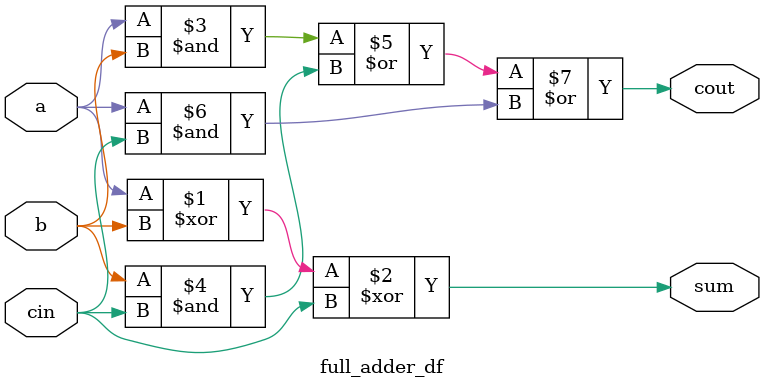
<source format=v>
module full_adder_df(a,b,cin,sum,cout);
input a,b,cin;
output wire sum,cout;
assign sum = a^b^cin;
assign cout = (a&b) | (b&cin) | (a&cin);
endmodule

</source>
